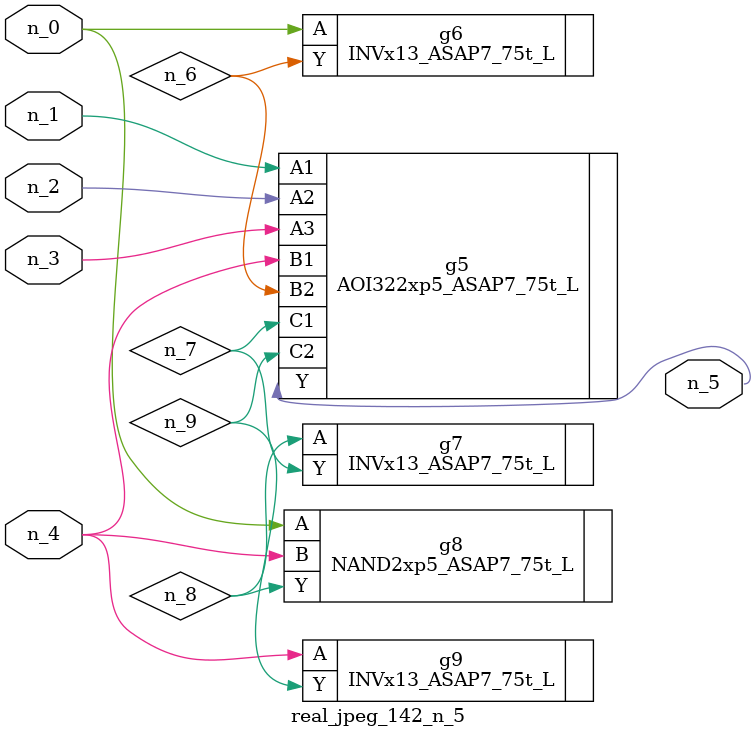
<source format=v>
module real_jpeg_142_n_5 (n_4, n_0, n_1, n_2, n_3, n_5);

input n_4;
input n_0;
input n_1;
input n_2;
input n_3;

output n_5;

wire n_8;
wire n_6;
wire n_7;
wire n_9;

INVx13_ASAP7_75t_L g6 ( 
.A(n_0),
.Y(n_6)
);

NAND2xp5_ASAP7_75t_L g8 ( 
.A(n_0),
.B(n_4),
.Y(n_8)
);

AOI322xp5_ASAP7_75t_L g5 ( 
.A1(n_1),
.A2(n_2),
.A3(n_3),
.B1(n_4),
.B2(n_6),
.C1(n_7),
.C2(n_9),
.Y(n_5)
);

INVx13_ASAP7_75t_L g9 ( 
.A(n_4),
.Y(n_9)
);

INVx13_ASAP7_75t_L g7 ( 
.A(n_8),
.Y(n_7)
);


endmodule
</source>
